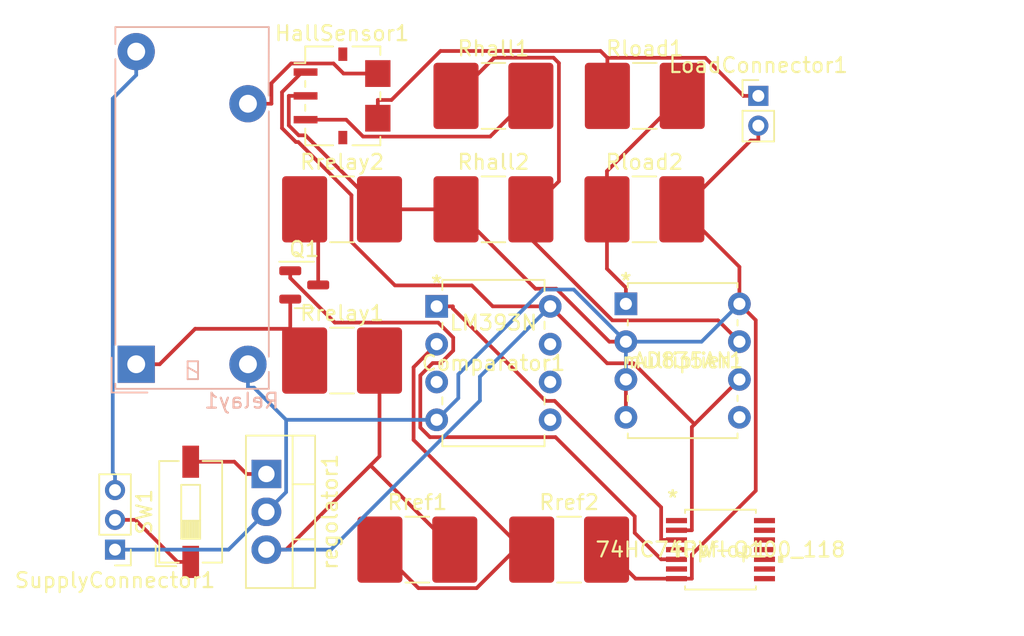
<source format=kicad_pcb>
(kicad_pcb (version 20211014) (generator pcbnew)
  (layers (0 "F.Cu" signal) (31 "B.Cu" signal) (34 "B.Paste" user) (35 "F.Paste" user) (36 "B.SilkS" user "B.Silkscreen") (37 "F.SilkS" user "F.Silkscreen") (38 "B.Mask" user) (39 "F.Mask" user) (44 "Edge.Cuts" user))
  (net 0 "")
  (net 2 "/Vcc")
  (net 3 "/V_comp")
  (net 5 "/V_ff")
  (net 7 "GND")
  (net 15 "/V_Nload")
  (net 16 "/V_pot")
  (net 17 "/V_Nhall")
  (net 18 "Net-(Rhall1-Pad2)")
  (net 20 "Net-(HallSensor1-Pad5)")
  (net 21 "Net-(HallSensor1-Pad6)")
  (net 23 "Net-(Rrelay2-Pad1)")
  (net 24 "Net-(Rrelay1-Pad1)")
  (net 25 "/V_ref")
  (net 26 "Net-(SupplyConnector1-Pad3)")
  (net 27 "Net-(SW1-Pad2)")
  (net 32 "Net-(SW1-Pad1)")
  (footprint "Resistor_SMD:R_2816_7142Metric" (layer "F.Cu") (at 134.62 76.2)
    (fp_text reference "Rhall1" (at 0 -3.18) (layer "F.SilkS"))
    (fp_text value "90")
    (fp_line (start -0.797369 -2.21) (end 0.797369 -2.21) (layer "F.SilkS") (width 0.12))
    (fp_line (start -0.797369 2.21) (end 0.797369 2.21) (layer "F.SilkS") (width 0.12))
    (pad "1" smd roundrect (at -2.5125 0) (size 3.025 4.45) (layers "F.Cu" "F.Paste" "F.Mask") (roundrect_rratio 0.082645) (net 17 "/V_Nhall"))
    (pad "2" smd roundrect (at 2.5125 0) (size 3.025 4.45) (layers "F.Cu" "F.Paste" "F.Mask") (roundrect_rratio 0.082645) (net 18 "Net-(Rhall1-Pad2)"))
  )
  (footprint "Resistor_SMD:R_2816_7142Metric" (layer "F.Cu") (at 144.78 76.2)
    (fp_text reference "Rload1" (at 0 -3.18) (layer "F.SilkS"))
    (fp_text value "9900")
    (fp_line (start -0.797369 -2.21) (end 0.797369 -2.21) (layer "F.SilkS") (width 0.12))
    (fp_line (start -0.797369 2.21) (end 0.797369 2.21) (layer "F.SilkS") (width 0.12))
    (pad "1" smd roundrect (at -2.5125 0) (size 3.025 4.45) (layers "F.Cu" "F.Paste" "F.Mask") (roundrect_rratio 0.082645) (net 20 "Net-(HallSensor1-Pad5)"))
    (pad "2" smd roundrect (at 2.5125 0) (size 3.025 4.45) (layers "F.Cu" "F.Paste" "F.Mask") (roundrect_rratio 0.082645) (net 15 "/V_Nload"))
  )
  (footprint "Package_TO_SOT_THT:TO-220-3_Vertical" (layer "F.Cu") (at 119.38 101.6 -90)
    (fp_text reference "regolator1" (at 2.54 -4.27 90) (layer "F.SilkS"))
    (fp_text value "5V")
    (fp_line (start 0.69 -3.27) (end 0.69 -1.76) (layer "F.SilkS") (width 0.12))
    (fp_line (start -2.58 1.371) (end 7.66 1.371) (layer "F.SilkS") (width 0.12))
    (fp_line (start -2.58 -3.27) (end 7.66 -3.27) (layer "F.SilkS") (width 0.12))
    (fp_line (start 7.66 -3.27) (end 7.66 1.371) (layer "F.SilkS") (width 0.12))
    (fp_line (start -2.58 -3.27) (end -2.58 1.371) (layer "F.SilkS") (width 0.12))
    (fp_line (start -2.58 -1.76) (end 7.66 -1.76) (layer "F.SilkS") (width 0.12))
    (fp_line (start 4.391 -3.27) (end 4.391 -1.76) (layer "F.SilkS") (width 0.12))
    (pad "1" thru_hole rect (at 0 0 270) (size 1.905 2) (drill 1.1) (layers *.Cu *.Mask) (net 27 "Net-(SW1-Pad2)"))
    (pad "2" thru_hole oval (at 2.54 0 270) (size 1.905 2) (drill 1.1) (layers *.Cu *.Mask) (net 7 "GND"))
    (pad "3" thru_hole oval (at 5.08 0 270) (size 1.905 2) (drill 1.1) (layers *.Cu *.Mask) (net 2 "/Vcc"))
  )
  (footprint "Sensor_Current:Allegro_PSOF-7_4.8x6.4mm_P1.60mm" (layer "F.Cu") (at 124.46 76.2)
    (fp_text reference "HallSensor1" (at 0 -4.2) (layer "F.SilkS"))
    (fp_text value "Allegro ACS781xLR")
    (fp_line (start -2.47 3.32) (end -2.47 2.2) (layer "F.SilkS") (width 0.12))
    (fp_line (start 2.57 -3.32) (end 0.7 -3.32) (layer "F.SilkS") (width 0.12))
    (fp_line (start 2.57 3.32) (end 2.57 2.75) (layer "F.SilkS") (width 0.12))
    (fp_line (start -2.47 -3.32) (end -2.47 -2.2) (layer "F.SilkS") (width 0.12))
    (fp_line (start 2.57 0.25) (end 2.57 -0.25) (layer "F.SilkS") (width 0.12))
    (fp_line (start -0.6 -3.32) (end -2.47 -3.32) (layer "F.SilkS") (width 0.12))
    (fp_line (start 2.57 -3.32) (end 2.57 -2.75) (layer "F.SilkS") (width 0.12))
    (fp_line (start -2.47 -2.2) (end -3.2 -2.2) (layer "F.SilkS") (width 0.12))
    (fp_line (start -0.6 3.32) (end -2.47 3.32) (layer "F.SilkS") (width 0.12))
    (fp_line (start 2.57 3.32) (end 0.7 3.32) (layer "F.SilkS") (width 0.12))
    (fp_line (start -2.47 0.6) (end -2.47 1) (layer "F.SilkS") (width 0.12))
    (fp_line (start -2.47 -0.6) (end -2.47 -1) (layer "F.SilkS") (width 0.12))
    (pad "1" smd rect (at -2.45 -1.6) (size 1.6 0.5) (layers "F.Cu" "F.Paste" "F.Mask") (net 2 "/Vcc"))
    (pad "2" smd rect (at -2.45 0) (size 1.6 0.5) (layers "F.Cu" "F.Paste" "F.Mask") (net 7 "GND"))
    (pad "3" smd rect (at -2.45 1.6) (size 1.6 0.5) (layers "F.Cu" "F.Paste" "F.Mask") (net 18 "Net-(Rhall1-Pad2)"))
    (pad "4" smd rect (at 0.05 2.8) (size 0.6 0.9) (layers "F.Cu" "F.Paste" "F.Mask"))
    (pad "5" smd rect (at 2.4 1.5) (size 1.7 1.8) (layers "F.Cu" "F.Paste" "F.Mask") (net 20 "Net-(HallSensor1-Pad5)"))
    (pad "6" smd rect (at 2.4 -1.5) (size 1.7 1.8) (layers "F.Cu" "F.Paste" "F.Mask") (net 21 "Net-(HallSensor1-Pad6)"))
    (pad "7" smd rect (at 0.05 -2.8) (size 0.6 0.9) (layers "F.Cu" "F.Paste" "F.Mask"))
  )
  (footprint "LM393:LM393N" (layer "F.Cu") (at 130.81 90.3395)
    (fp_text reference "Comparator1" (at 3.81 3.81) (layer "F.SilkS"))
    (fp_text value "LM393N" (at 3.81 1.100467) (layer "F.SilkS"))
    (fp_text user "*" (at 0 -1.524) (layer "F.SilkS"))
    (fp_text user "*" (at 0 -1.524) (layer "F.SilkS"))
    (fp_line (start 0.381 1.09474) (end 0.381 1.513699) (layer "F.SilkS") (width 0.12))
    (fp_line (start 7.239 6.593699) (end 7.239 6.106301) (layer "F.SilkS") (width 0.12))
    (fp_line (start 7.239 -1.026301) (end 7.239 -1.778) (layer "F.SilkS") (width 0.12))
    (fp_line (start 0.381 8.646301) (end 0.381 9.398) (layer "F.SilkS") (width 0.12))
    (fp_line (start 7.239 4.053699) (end 7.239 3.566301) (layer "F.SilkS") (width 0.12))
    (fp_line (start 0.381 3.566301) (end 0.381 4.053699) (layer "F.SilkS") (width 0.12))
    (fp_line (start 0.381 9.398) (end 7.239 9.398) (layer "F.SilkS") (width 0.12))
    (fp_line (start 0.381 -1.778) (end 0.381 -1.09474) (layer "F.SilkS") (width 0.12))
    (fp_line (start 0.381 6.106301) (end 0.381 6.593699) (layer "F.SilkS") (width 0.12))
    (fp_line (start 7.239 9.398) (end 7.239 8.646301) (layer "F.SilkS") (width 0.12))
    (fp_line (start 7.239 -1.778) (end 0.381 -1.778) (layer "F.SilkS") (width 0.12))
    (fp_line (start 7.239 1.513699) (end 7.239 1.026301) (layer "F.SilkS") (width 0.12))
    (pad "1" thru_hole rect locked (at 0 0) (size 1.524 1.524) (drill 0.8128) (layers *.Cu *.Mask) (net 3 "/V_comp"))
    (pad "2" thru_hole circle locked (at 0 2.54) (size 1.524 1.524) (drill 0.8128) (layers *.Cu *.Mask) (net 25 "/V_ref"))
    (pad "3" thru_hole circle locked (at 0 5.08) (size 1.524 1.524) (drill 0.8128) (layers *.Cu *.Mask))
    (pad "4" thru_hole circle locked (at 0 7.62) (size 1.524 1.524) (drill 0.8128) (layers *.Cu *.Mask) (net 7 "GND"))
    (pad "5" thru_hole circle locked (at 7.62 7.62) (size 1.524 1.524) (drill 0.8128) (layers *.Cu *.Mask))
    (pad "6" thru_hole circle locked (at 7.62 5.08) (size 1.524 1.524) (drill 0.8128) (layers *.Cu *.Mask))
    (pad "7" thru_hole circle locked (at 7.62 2.54) (size 1.524 1.524) (drill 0.8128) (layers *.Cu *.Mask))
    (pad "8" thru_hole circle locked (at 7.62 0) (size 1.524 1.524) (drill 0.8128) (layers *.Cu *.Mask) (net 2 "/Vcc"))
  )
  (footprint "Resistor_SMD:R_2816_7142Metric" (layer "F.Cu") (at 134.62 83.82)
    (fp_text reference "Rhall2" (at 0 -3.18) (layer "F.SilkS"))
    (fp_text value "10")
    (fp_line (start -0.797369 -2.21) (end 0.797369 -2.21) (layer "F.SilkS") (width 0.12))
    (fp_line (start -0.797369 2.21) (end 0.797369 2.21) (layer "F.SilkS") (width 0.12))
    (pad "1" smd roundrect (at -2.5125 0) (size 3.025 4.45) (layers "F.Cu" "F.Paste" "F.Mask") (roundrect_rratio 0.082645) (net 7 "GND"))
    (pad "2" smd roundrect (at 2.5125 0) (size 3.025 4.45) (layers "F.Cu" "F.Paste" "F.Mask") (roundrect_rratio 0.082645) (net 17 "/V_Nhall"))
  )
  (footprint "Package_TO_SOT_SMD:SOT-23" (layer "F.Cu") (at 121.92 88.9)
    (fp_text reference "Q1" (at 0 -2.4) (layer "F.SilkS"))
    (fp_text value "BSN20")
    (fp_line (start 0 -1.56) (end 0.65 -1.56) (layer "F.SilkS") (width 0.12))
    (fp_line (start 0 1.56) (end 0.65 1.56) (layer "F.SilkS") (width 0.12))
    (fp_line (start 0 -1.56) (end -1.675 -1.56) (layer "F.SilkS") (width 0.12))
    (fp_line (start 0 1.56) (end -0.65 1.56) (layer "F.SilkS") (width 0.12))
    (pad "1" smd roundrect (at -0.9375 -0.95) (size 1.475 0.6) (layers "F.Cu" "F.Paste" "F.Mask") (net 5 "/V_ff"))
    (pad "2" smd roundrect (at -0.9375 0.95) (size 1.475 0.6) (layers "F.Cu" "F.Paste" "F.Mask") (net 24 "Net-(Rrelay1-Pad1)"))
    (pad "3" smd roundrect (at 0.9375 0) (size 1.475 0.6) (layers "F.Cu" "F.Paste" "F.Mask") (net 23 "Net-(Rrelay2-Pad1)"))
  )
  (footprint "Connector_PinHeader_2.00mm:PinHeader_1x02_P2.00mm_Vertical" (layer "F.Cu") (at 152.4 76.2)
    (fp_text reference "LoadConnector1" (at 0 -2.06) (layer "F.SilkS"))
    (fp_text value "Conn_01x02_Female")
    (fp_line (start -1.06 3.06) (end 1.06 3.06) (layer "F.SilkS") (width 0.12))
    (fp_line (start -1.06 1) (end 1.06 1) (layer "F.SilkS") (width 0.12))
    (fp_line (start -1.06 -1.06) (end 0 -1.06) (layer "F.SilkS") (width 0.12))
    (fp_line (start -1.06 1) (end -1.06 3.06) (layer "F.SilkS") (width 0.12))
    (fp_line (start 1.06 1) (end 1.06 3.06) (layer "F.SilkS") (width 0.12))
    (fp_line (start -1.06 0) (end -1.06 -1.06) (layer "F.SilkS") (width 0.12))
    (pad "1" thru_hole rect (at 0 0) (size 1.35 1.35) (drill 0.8) (layers *.Cu *.Mask) (net 20 "Net-(HallSensor1-Pad5)"))
    (pad "2" thru_hole oval (at 0 2) (size 1.35 1.35) (drill 0.8) (layers *.Cu *.Mask) (net 7 "GND"))
  )
  (footprint "Resistor_SMD:R_2816_7142Metric" (layer "F.Cu") (at 144.7525 83.82)
    (fp_text reference "Rload2" (at 0 -3.18) (layer "F.SilkS"))
    (fp_text value "100")
    (fp_line (start -0.797369 -2.21) (end 0.797369 -2.21) (layer "F.SilkS") (width 0.12))
    (fp_line (start -0.797369 2.21) (end 0.797369 2.21) (layer "F.SilkS") (width 0.12))
    (pad "1" smd roundrect (at -2.5125 0) (size 3.025 4.45) (layers "F.Cu" "F.Paste" "F.Mask") (roundrect_rratio 0.082645) (net 15 "/V_Nload"))
    (pad "2" smd roundrect (at 2.5125 0) (size 3.025 4.45) (layers "F.Cu" "F.Paste" "F.Mask") (roundrect_rratio 0.082645) (net 7 "GND"))
  )
  (footprint "Resistor_SMD:R_2816_7142Metric" (layer "F.Cu") (at 124.46 93.98)
    (fp_text reference "Rrelay1" (at 0 -3.18) (layer "F.SilkS"))
    (fp_text value "R")
    (fp_line (start -0.797369 2.21) (end 0.797369 2.21) (layer "F.SilkS") (width 0.12))
    (fp_line (start -0.797369 -2.21) (end 0.797369 -2.21) (layer "F.SilkS") (width 0.12))
    (pad "1" smd roundrect (at -2.5125 0) (size 3.025 4.45) (layers "F.Cu" "F.Paste" "F.Mask") (roundrect_rratio 0.082645) (net 24 "Net-(Rrelay1-Pad1)"))
    (pad "2" smd roundrect (at 2.5125 0) (size 3.025 4.45) (layers "F.Cu" "F.Paste" "F.Mask") (roundrect_rratio 0.082645) (net 2 "/Vcc"))
  )
  (footprint "Button_Switch_SMD:SW_DIP_SPSTx01_Slide_6.7x4.1mm_W6.73mm_P2.54mm_LowProfile_JPin" (layer "F.Cu") (at 114.3 104.14 90)
    (fp_text reference "SW1" (at 0 -3.11 90) (layer "F.SilkS"))
    (fp_text value "SW_SPST")
    (fp_line (start -3.41 0.8) (end -3.41 2.11) (layer "F.SilkS") (width 0.12))
    (fp_line (start 3.41 0.8) (end 3.41 2.11) (layer "F.SilkS") (width 0.12))
    (fp_line (start -1.81 -0.515) (end -0.603333 -0.515) (layer "F.SilkS") (width 0.12))
    (fp_line (start -0.603333 -0.635) (end -0.603333 0.635) (layer "F.SilkS") (width 0.12))
    (fp_line (start -3.41 -2.11) (end 3.41 -2.11) (layer "F.SilkS") (width 0.12))
    (fp_line (start -1.81 0.205) (end -0.603333 0.205) (layer "F.SilkS") (width 0.12))
    (fp_line (start 1.81 -0.635) (end -1.81 -0.635) (layer "F.SilkS") (width 0.12))
    (fp_line (start -1.81 0.445) (end -0.603333 0.445) (layer "F.SilkS") (width 0.12))
    (fp_line (start -3.65 -2.35) (end -3.65 -0.967) (layer "F.SilkS") (width 0.12))
    (fp_line (start -1.81 -0.035) (end -0.603333 -0.035) (layer "F.SilkS") (width 0.12))
    (fp_line (start -1.81 0.565) (end -0.603333 0.565) (layer "F.SilkS") (width 0.12))
    (fp_line (start 1.81 0.635) (end 1.81 -0.635) (layer "F.SilkS") (width 0.12))
    (fp_line (start -1.81 -0.395) (end -0.603333 -0.395) (layer "F.SilkS") (width 0.12))
    (fp_line (start -3.41 -2.11) (end -3.41 -0.8) (layer "F.SilkS") (width 0.12))
    (fp_line (start 3.41 -2.11) (end 3.41 -0.8) (layer "F.SilkS") (width 0.12))
    (fp_line (start -1.81 -0.275) (end -0.603333 -0.275) (layer "F.SilkS") (width 0.12))
    (fp_line (start -1.81 0.325) (end -0.603333 0.325) (layer "F.SilkS") (width 0.12))
    (fp_line (start -1.81 0.085) (end -0.603333 0.085) (layer "F.SilkS") (width 0.12))
    (fp_line (start -3.65 -2.35) (end -2.267 -2.35) (layer "F.SilkS") (width 0.12))
    (fp_line (start -1.81 -0.635) (end -1.81 0.635) (layer "F.SilkS") (width 0.12))
    (fp_line (start -1.81 -0.155) (end -0.603333 -0.155) (layer "F.SilkS") (width 0.12))
    (fp_line (start -1.81 0.635) (end 1.81 0.635) (layer "F.SilkS") (width 0.12))
    (fp_line (start -3.41 2.11) (end 3.41 2.11) (layer "F.SilkS") (width 0.12))
    (pad "1" smd rect (at -3.365 0 90) (size 2.16 1.12) (layers "F.Cu" "F.Paste" "F.Mask") (net 32 "Net-(SW1-Pad1)"))
    (pad "2" smd rect (at 3.365 0 90) (size 2.16 1.12) (layers "F.Cu" "F.Paste" "F.Mask") (net 27 "Net-(SW1-Pad2)"))
  )
  (footprint "footprints:74HC74PW-Q100_118" (layer "F.Cu") (at 149.86 106.68)
    (fp_text reference "flipflop1" (at 0 0) (layer "F.SilkS"))
    (fp_text value "74HC74PW-Q100_118" (at 0 0) (layer "F.SilkS"))
    (fp_text user "*" (at -3.20675 -3.4486) (layer "F.SilkS"))
    (fp_text user "*" (at -3.20675 -3.4486) (layer "F.SilkS"))
    (fp_line (start 2.3749 -2.460539) (end 2.3749 -2.6797) (layer "F.SilkS") (width 0.12))
    (fp_line (start -2.3749 -2.6797) (end -2.3749 -2.460541) (layer "F.SilkS") (width 0.12))
    (fp_line (start 2.3749 2.6797) (end 2.3749 2.460541) (layer "F.SilkS") (width 0.12))
    (fp_line (start 2.3749 -2.6797) (end -2.3749 -2.6797) (layer "F.SilkS") (width 0.12))
    (fp_line (start -2.3749 2.460539) (end -2.3749 2.6797) (layer "F.SilkS") (width 0.12))
    (fp_line (start -2.3749 2.6797) (end 2.3749 2.6797) (layer "F.SilkS") (width 0.12))
    (fp_poly (pts (xy 4.1656 0.459499) (xy 4.1656 0.840499) (xy 3.9116 0.840499) (xy 3.9116 0.459499)) (layer "F.SilkS") (width 0.1) (fill solid))
    (pad "1" smd rect locked (at -2.95275 -1.950001) (size 1.4097 0.3556) (layers "F.Cu" "F.Paste" "F.Mask"))
    (pad "2" smd rect locked (at -2.95275 -1.3) (size 1.4097 0.3556) (layers "F.Cu" "F.Paste" "F.Mask") (net 2 "/Vcc"))
    (pad "3" smd rect locked (at -2.95275 -0.649999) (size 1.4097 0.3556) (layers "F.Cu" "F.Paste" "F.Mask") (net 3 "/V_comp"))
    (pad "4" smd rect locked (at -2.95275 0) (size 1.4097 0.3556) (layers "F.Cu" "F.Paste" "F.Mask"))
    (pad "5" smd rect locked (at -2.95275 0.649999) (size 1.4097 0.3556) (layers "F.Cu" "F.Paste" "F.Mask") (net 5 "/V_ff"))
    (pad "6" smd rect locked (at -2.95275 1.3) (size 1.4097 0.3556) (layers "F.Cu" "F.Paste" "F.Mask"))
    (pad "7" smd rect locked (at -2.95275 1.949999) (size 1.4097 0.3556) (layers "F.Cu" "F.Paste" "F.Mask") (net 7 "GND"))
    (pad "8" smd rect locked (at 2.95275 1.950001) (size 1.4097 0.3556) (layers "F.Cu" "F.Paste" "F.Mask"))
    (pad "9" smd rect locked (at 2.95275 1.3) (size 1.4097 0.3556) (layers "F.Cu" "F.Paste" "F.Mask"))
    (pad "10" smd rect locked (at 2.95275 0.650001) (size 1.4097 0.3556) (layers "F.Cu" "F.Paste" "F.Mask"))
    (pad "11" smd rect locked (at 2.95275 0) (size 1.4097 0.3556) (layers "F.Cu" "F.Paste" "F.Mask"))
    (pad "12" smd rect locked (at 2.95275 -0.649999) (size 1.4097 0.3556) (layers "F.Cu" "F.Paste" "F.Mask"))
    (pad "13" smd rect locked (at 2.95275 -1.3) (size 1.4097 0.3556) (layers "F.Cu" "F.Paste" "F.Mask"))
    (pad "14" smd rect locked (at 2.95275 -1.949999) (size 1.4097 0.3556) (layers "F.Cu" "F.Paste" "F.Mask"))
  )
  (footprint "Resistor_SMD:R_2816_7142Metric" (layer "F.Cu") (at 129.5125 106.68)
    (fp_text reference "Rref1" (at 0 -3.18) (layer "F.SilkS"))
    (fp_text value "4000")
    (fp_line (start -0.797369 2.21) (end 0.797369 2.21) (layer "F.SilkS") (width 0.12))
    (fp_line (start -0.797369 -2.21) (end 0.797369 -2.21) (layer "F.SilkS") (width 0.12))
    (pad "1" smd roundrect (at -2.5125 0) (size 3.025 4.45) (layers "F.Cu" "F.Paste" "F.Mask") (roundrect_rratio 0.082645) (net 25 "/V_ref"))
    (pad "2" smd roundrect (at 2.5125 0) (size 3.025 4.45) (layers "F.Cu" "F.Paste" "F.Mask") (roundrect_rratio 0.082645) (net 2 "/Vcc"))
  )
  (footprint "Resistor_SMD:R_2816_7142Metric" (layer "F.Cu") (at 139.7 106.68)
    (fp_text reference "Rref2" (at 0 -3.18) (layer "F.SilkS"))
    (fp_text value "10")
    (fp_line (start -0.797369 -2.21) (end 0.797369 -2.21) (layer "F.SilkS") (width 0.12))
    (fp_line (start -0.797369 2.21) (end 0.797369 2.21) (layer "F.SilkS") (width 0.12))
    (pad "1" smd roundrect (at -2.5125 0) (size 3.025 4.45) (layers "F.Cu" "F.Paste" "F.Mask") (roundrect_rratio 0.082645) (net 25 "/V_ref"))
    (pad "2" smd roundrect (at 2.5125 0) (size 3.025 4.45) (layers "F.Cu" "F.Paste" "F.Mask") (roundrect_rratio 0.082645) (net 7 "GND"))
  )
  (footprint "Resistor_SMD:R_2816_7142Metric" (layer "F.Cu") (at 124.46 83.82)
    (fp_text reference "Rrelay2" (at 0 -3.18) (layer "F.SilkS"))
    (fp_text value "R")
    (fp_line (start -0.797369 2.21) (end 0.797369 2.21) (layer "F.SilkS") (width 0.12))
    (fp_line (start -0.797369 -2.21) (end 0.797369 -2.21) (layer "F.SilkS") (width 0.12))
    (pad "1" smd roundrect (at -2.5125 0) (size 3.025 4.45) (layers "F.Cu" "F.Paste" "F.Mask") (roundrect_rratio 0.082645) (net 23 "Net-(Rrelay2-Pad1)"))
    (pad "2" smd roundrect (at 2.5125 0) (size 3.025 4.45) (layers "F.Cu" "F.Paste" "F.Mask") (roundrect_rratio 0.082645) (net 7 "GND"))
  )
  (footprint "Connector_PinHeader_2.00mm:PinHeader_1x03_P2.00mm_Vertical" (layer "F.Cu") (at 109.22 106.68 180)
    (fp_text reference "SupplyConnector1" (at 0 -2.06) (layer "F.SilkS"))
    (fp_text value "Conn_01x03_Female")
    (fp_line (start -1.06 1) (end 1.06 1) (layer "F.SilkS") (width 0.12))
    (fp_line (start 1.06 1) (end 1.06 5.06) (layer "F.SilkS") (width 0.12))
    (fp_line (start -1.06 5.06) (end 1.06 5.06) (layer "F.SilkS") (width 0.12))
    (fp_line (start -1.06 0) (end -1.06 -1.06) (layer "F.SilkS") (width 0.12))
    (fp_line (start -1.06 1) (end -1.06 5.06) (layer "F.SilkS") (width 0.12))
    (fp_line (start -1.06 -1.06) (end 0 -1.06) (layer "F.SilkS") (width 0.12))
    (pad "1" thru_hole rect (at 0 0 180) (size 1.35 1.35) (drill 0.8) (layers *.Cu *.Mask) (net 7 "GND"))
    (pad "2" thru_hole oval (at 0 2 180) (size 1.35 1.35) (drill 0.8) (layers *.Cu *.Mask) (net 32 "Net-(SW1-Pad1)"))
    (pad "3" thru_hole oval (at 0 4 180) (size 1.35 1.35) (drill 0.8) (layers *.Cu *.Mask) (net 26 "Net-(SupplyConnector1-Pad3)"))
  )
  (footprint "ad835:AD835AN" (layer "F.Cu") (at 143.51 90.17)
    (fp_text reference "multiplier1" (at 3.81 3.81) (layer "F.SilkS"))
    (fp_text value "AD835AN" (at 3.81 3.81) (layer "F.SilkS"))
    (fp_text user "*" (at 0 -1.524) (layer "F.SilkS"))
    (fp_text user "*" (at 0 -1.524) (layer "F.SilkS"))
    (fp_line (start 0.127 3.627348) (end 0.127 3.992652) (layer "F.SilkS") (width 0.12))
    (fp_line (start 0.127 6.167348) (end 0.127 6.532652) (layer "F.SilkS") (width 0.12))
    (fp_line (start 7.493 6.532652) (end 7.493 6.167348) (layer "F.SilkS") (width 0.12))
    (fp_line (start 7.493 1.452652) (end 7.493 1.087348) (layer "F.SilkS") (width 0.12))
    (fp_line (start 7.493 -1.087348) (end 7.493 -1.397) (layer "F.SilkS") (width 0.12))
    (fp_line (start 0.127 1.09474) (end 0.127 1.452652) (layer "F.SilkS") (width 0.12))
    (fp_line (start 7.493 3.992652) (end 7.493 3.627348) (layer "F.SilkS") (width 0.12))
    (fp_line (start 7.493 -1.397) (end 0.127 -1.397) (layer "F.SilkS") (width 0.12))
    (fp_line (start 0.127 -1.397) (end 0.127 -1.09474) (layer "F.SilkS") (width 0.12))
    (fp_line (start 7.493 9.017) (end 7.493 8.707348) (layer "F.SilkS") (width 0.12))
    (fp_line (start 0.127 8.707348) (end 0.127 9.017) (layer "F.SilkS") (width 0.12))
    (fp_line (start 0.127 9.017) (end 7.493 9.017) (layer "F.SilkS") (width 0.12))
    (pad "1" thru_hole rect locked (at 0 0) (size 1.524 1.524) (drill 0.8128) (layers *.Cu *.Mask) (net 15 "/V_Nload"))
    (pad "2" thru_hole circle locked (at 0 2.54) (size 1.524 1.524) (drill 0.8128) (layers *.Cu *.Mask) (net 7 "GND"))
    (pad "3" thru_hole circle locked (at 0 5.08) (size 1.524 1.524) (drill 0.8128) (layers *.Cu *.Mask) (net 7 "GND"))
    (pad "4" thru_hole circle locked (at 0 7.62) (size 1.524 1.524) (drill 0.8128) (layers *.Cu *.Mask) (net 7 "GND"))
    (pad "5" thru_hole circle locked (at 7.62 7.62) (size 1.524 1.524) (drill 0.8128) (layers *.Cu *.Mask) (net 16 "/V_pot"))
    (pad "6" thru_hole circle locked (at 7.62 5.08) (size 1.524 1.524) (drill 0.8128) (layers *.Cu *.Mask) (net 2 "/Vcc"))
    (pad "7" thru_hole circle locked (at 7.62 2.54) (size 1.524 1.524) (drill 0.8128) (layers *.Cu *.Mask) (net 17 "/V_Nhall"))
    (pad "8" thru_hole circle locked (at 7.62 0) (size 1.524 1.524) (drill 0.8128) (layers *.Cu *.Mask) (net 7 "GND"))
  )
  (footprint "Relay_THT:Relay_1P1T_NO_10x24x18.8mm_Panasonic_ADW11xxxxW_THT" (layer "B.Cu") (at 110.6425 94.2275)
    (fp_text reference "Relay1" (at 7.08 2.46) (layer "B.SilkS") (effects (justify mirror)))
    (fp_text value "relay")
    (fp_line (start 3.45 -0.2) (end 4.15 -0.2) (layer "B.SilkS") (width 0.12))
    (fp_line (start 3.45 0.2) (end 4.15 0.6) (layer "B.SilkS") (width 0.12))
    (fp_line (start 3.45 1) (end 3.45 -0.2) (layer "B.SilkS") (width 0.12))
    (fp_line (start -1.65 1.9) (end 0.75 1.9) (layer "B.SilkS") (width 0.12))
    (fp_line (start 8.89 -18.05) (end 8.9 -22.65) (layer "B.SilkS") (width 0.12))
    (fp_line (start 8.9 -0.51) (end 8.9 -16.99) (layer "B.SilkS") (width 0.12))
    (fp_line (start 4.15 1) (end 3.45 1) (layer "B.SilkS") (width 0.12))
    (fp_line (start -1.4 1.65) (end -1.4 1.31) (layer "B.SilkS") (width 0.12))
    (fp_line (start 8.9 -22.65) (end -1.4 -22.65) (layer "B.SilkS") (width 0.12))
    (fp_line (start 8.9 1.65) (end 8.9 0.51) (layer "B.SilkS") (width 0.12))
    (fp_line (start 4.15 -0.2) (end 4.15 1) (layer "B.SilkS") (width 0.12))
    (fp_line (start 8.9 1.65) (end -1.4 1.65) (layer "B.SilkS") (width 0.12))
    (fp_line (start -1.65 -0.44) (end -1.65 1.9) (layer "B.SilkS") (width 0.12))
    (fp_line (start -1.4 -22.65) (end -1.4 -21.51) (layer "B.SilkS") (width 0.12))
    (fp_line (start -1.4 -1.31) (end -1.4 -20.49) (layer "B.SilkS") (width 0.12))
    (pad "1" thru_hole rect (at 0 0) (size 2.5 2.5) (drill 1.2) (layers *.Cu *.Mask) (net 24 "Net-(Rrelay1-Pad1)"))
    (pad "3" thru_hole oval (at 0 -21) (size 2.5 2.5) (drill 1.2) (layers *.Cu *.Mask) (net 26 "Net-(SupplyConnector1-Pad3)"))
    (pad "5" thru_hole oval (at 7.5 -17.5) (size 2.5 2.5) (drill 1.2) (layers *.Cu *.Mask) (net 21 "Net-(HallSensor1-Pad6)"))
    (pad "6" thru_hole oval (at 7.5 0) (size 2.5 2.5) (drill 1.2) (layers *.Cu *.Mask) (net 7 "GND"))
  )
  (segment (start 120.4295 75.9486) (end 121.7781 74.6) (width 0.25) (layer "F.Cu") (net 2))
  (segment (start 146.9073 105.38) (end 147.9375 105.38) (width 0.25) (layer "F.Cu") (net 2))
  (segment (start 147.9375 105.38) (end 147.9375 98.4425) (width 0.25) (layer "F.Cu") (net 2))
  (segment (start 121.3634 79.3004) (end 120.4295 78.3665) (width 0.25) (layer "F.Cu") (net 2))
  (segment (start 133.1685 88.9335) (end 128.011 88.9335) (width 0.25) (layer "F.Cu") (net 2))
  (segment (start 128.011 88.9335) (end 125.0899 86.0124) (width 0.25) (layer "F.Cu") (net 2))
  (segment (start 121.7781 74.6) (end 122.01 74.6) (width 0.25) (layer "F.Cu") (net 2))
  (segment (start 120.4295 78.3665) (end 120.4295 75.9486) (width 0.25) (layer "F.Cu") (net 2))
  (segment (start 148.1196 98.2604) (end 151.13 95.25) (width 0.25) (layer "F.Cu") (net 2))
  (segment (start 119.38 106.68) (end 120.7053 106.68) (width 0.25) (layer "F.Cu") (net 2))
  (segment (start 126.9725 93.98) (end 126.9725 100.4128) (width 0.25) (layer "F.Cu") (net 2))
  (segment (start 126.3652 101.0201) (end 132.025 106.68) (width 0.25) (layer "F.Cu") (net 2))
  (segment (start 144.0217 94.1626) (end 142.2531 94.1626) (width 0.25) (layer "F.Cu") (net 2))
  (segment (start 148.1196 98.2604) (end 144.0217 94.1626) (width 0.25) (layer "F.Cu") (net 2))
  (segment (start 147.9375 98.4425) (end 148.1196 98.2604) (width 0.25) (layer "F.Cu") (net 2))
  (segment (start 138.43 90.3395) (end 134.5745 90.3395) (width 0.25) (layer "F.Cu") (net 2))
  (segment (start 126.3652 101.0201) (end 120.7053 106.68) (width 0.25) (layer "F.Cu") (net 2))
  (segment (start 125.0899 82.8676) (end 121.5227 79.3004) (width 0.25) (layer "F.Cu") (net 2))
  (segment (start 142.2531 94.1626) (end 138.43 90.3395) (width 0.25) (layer "F.Cu") (net 2))
  (segment (start 126.9725 100.4128) (end 126.3652 101.0201) (width 0.25) (layer "F.Cu") (net 2))
  (segment (start 134.5745 90.3395) (end 133.1685 88.9335) (width 0.25) (layer "F.Cu") (net 2))
  (segment (start 121.5227 79.3004) (end 121.3634 79.3004) (width 0.25) (layer "F.Cu") (net 2))
  (segment (start 125.0899 86.0124) (end 125.0899 82.8676) (width 0.25) (layer "F.Cu") (net 2))
  (segment (start 123.7105 106.68) (end 119.38 106.68) (width 0.25) (layer "B.Cu") (net 2))
  (segment (start 133.7125 95.057) (end 133.7125 96.678) (width 0.25) (layer "B.Cu") (net 2))
  (segment (start 133.7125 96.678) (end 123.7105 106.68) (width 0.25) (layer "B.Cu") (net 2))
  (segment (start 138.43 90.3395) (end 133.7125 95.057) (width 0.25) (layer "B.Cu") (net 2))
  (segment (start 145.8772 103.8388) (end 138.7279 96.6895) (width 0.25) (layer "F.Cu") (net 3))
  (segment (start 145.8772 106.03) (end 145.8772 103.8388) (width 0.25) (layer "F.Cu") (net 3))
  (segment (start 138.7279 96.6895) (end 138.1114 96.6895) (width 0.25) (layer "F.Cu") (net 3))
  (segment (start 131.8973 90.4754) (end 131.8973 90.3395) (width 0.25) (layer "F.Cu") (net 3))
  (segment (start 138.1114 96.6895) (end 131.8973 90.4754) (width 0.25) (layer "F.Cu") (net 3))
  (segment (start 130.81 90.3395) (end 131.8973 90.3395) (width 0.25) (layer "F.Cu") (net 3))
  (segment (start 146.9073 106.03) (end 145.8772 106.03) (width 0.25) (layer "F.Cu") (net 3))
  (segment (start 144.1032 105.556) (end 145.8772 107.33) (width 0.25) (layer "F.Cu") (net 5))
  (segment (start 131.0804 94.1495) (end 130.5422 94.1495) (width 0.25) (layer "F.Cu") (net 5))
  (segment (start 129.711 94.9807) (end 129.711 98.478) (width 0.25) (layer "F.Cu") (net 5))
  (segment (start 131.9204 93.3095) (end 131.0804 94.1495) (width 0.25) (layer "F.Cu") (net 5))
  (segment (start 130.3586 99.1256) (end 138.7861 99.1256) (width 0.25) (layer "F.Cu") (net 5))
  (segment (start 130.5422 94.1495) (end 129.711 94.9807) (width 0.25) (layer "F.Cu") (net 5))
  (segment (start 144.1032 104.4427) (end 144.1032 105.556) (width 0.25) (layer "F.Cu") (net 5))
  (segment (start 120.9825 87.95) (end 120.9825 88.4375) (width 0.25) (layer "F.Cu") (net 5))
  (segment (start 138.7861 99.1256) (end 144.1032 104.4427) (width 0.25) (layer "F.Cu") (net 5))
  (segment (start 129.711 98.478) (end 130.3586 99.1256) (width 0.25) (layer "F.Cu") (net 5))
  (segment (start 146.9073 107.33) (end 145.8772 107.33) (width 0.25) (layer "F.Cu") (net 5))
  (segment (start 120.9825 88.4375) (end 123.9736 91.4286) (width 0.25) (layer "F.Cu") (net 5))
  (segment (start 130.913 91.4286) (end 131.9204 92.436) (width 0.25) (layer "F.Cu") (net 5))
  (segment (start 131.9204 92.436) (end 131.9204 93.3095) (width 0.25) (layer "F.Cu") (net 5))
  (segment (start 123.9736 91.4286) (end 130.913 91.4286) (width 0.25) (layer "F.Cu") (net 5))
  (segment (start 147.9375 107.013) (end 152.2265 102.724) (width 0.25) (layer "F.Cu") (net 7))
  (segment (start 126.9725 83.82) (end 122.0026 78.8501) (width 0.25) (layer "F.Cu") (net 7))
  (segment (start 126.9725 83.82) (end 132.1075 83.82) (width 0.25) (layer "F.Cu") (net 7))
  (segment (start 121.55 78.8501) (end 120.8847 78.1848) (width 0.25) (layer "F.Cu") (net 7))
  (segment (start 122.0026 78.8501) (end 121.55 78.8501) (width 0.25) (layer "F.Cu") (net 7))
  (segment (start 152.4 79.2003) (end 151.8847 79.2003) (width 0.25) (layer "F.Cu") (net 7))
  (segment (start 138.8415 89.1542) (end 142.3973 92.71) (width 0.25) (layer "F.Cu") (net 7))
  (segment (start 152.2265 102.724) (end 152.2265 91.2665) (width 0.25) (layer "F.Cu") (net 7))
  (segment (start 132.1075 83.82) (end 137.4417 89.1542) (width 0.25) (layer "F.Cu") (net 7))
  (segment (start 120.8847 78.1848) (end 120.8847 76.2) (width 0.25) (layer "F.Cu") (net 7))
  (segment (start 147.9375 108.63) (end 147.9375 107.013) (width 0.25) (layer "F.Cu") (net 7))
  (segment (start 152.2265 91.2665) (end 151.13 90.17) (width 0.25) (layer "F.Cu") (net 7))
  (segment (start 137.4417 89.1542) (end 138.8415 89.1542) (width 0.25) (layer "F.Cu") (net 7))
  (segment (start 142.2125 106.68) (end 144.1625 108.63) (width 0.25) (layer "F.Cu") (net 7))
  (segment (start 142.3973 92.71) (end 143.51 92.71) (width 0.25) (layer "F.Cu") (net 7))
  (segment (start 151.13 90.17) (end 151.13 87.685) (width 0.25) (layer "F.Cu") (net 7))
  (segment (start 151.13 87.685) (end 147.265 83.82) (width 0.25) (layer "F.Cu") (net 7))
  (segment (start 152.4 78.2) (end 152.4 79.2003) (width 0.25) (layer "F.Cu") (net 7))
  (segment (start 146.9073 108.63) (end 147.9375 108.63) (width 0.25) (layer "F.Cu") (net 7))
  (segment (start 143.51 97.79) (end 143.51 95.25) (width 0.25) (layer "F.Cu") (net 7))
  (segment (start 144.1625 108.63) (end 146.9073 108.63) (width 0.25) (layer "F.Cu") (net 7))
  (segment (start 151.8847 79.2003) (end 147.265 83.82) (width 0.25) (layer "F.Cu") (net 7))
  (segment (start 122.01 76.2) (end 120.8847 76.2) (width 0.25) (layer "F.Cu") (net 7))
  (segment (start 120.7054 102.8146) (end 119.38 104.14) (width 0.25) (layer "B.Cu") (net 7))
  (segment (start 120.7054 97.9595) (end 120.7054 102.8146) (width 0.25) (layer "B.Cu") (net 7))
  (segment (start 151.13 90.17) (end 148.59 92.71) (width 0.25) (layer "B.Cu") (net 7))
  (segment (start 132.2626 96.5069) (end 130.81 97.9595) (width 0.25) (layer "B.Cu") (net 7))
  (segment (start 137.956 89.209) (end 132.2626 94.9024) (width 0.25) (layer "B.Cu") (net 7))
  (segment (start 143.51 92.71) (end 140.009 89.209) (width 0.25) (layer "B.Cu") (net 7))
  (segment (start 140.009 89.209) (end 137.956 89.209) (width 0.25) (layer "B.Cu") (net 7))
  (segment (start 130.81 97.9595) (end 120.7054 97.9595) (width 0.25) (layer "B.Cu") (net 7))
  (segment (start 118.1425 94.2275) (end 118.1425 95.8028) (width 0.25) (layer "B.Cu") (net 7))
  (segment (start 118.5487 95.8028) (end 120.7054 97.9595) (width 0.25) (layer "B.Cu") (net 7))
  (segment (start 143.51 95.25) (end 143.51 92.71) (width 0.25) (layer "B.Cu") (net 7))
  (segment (start 118.1425 95.8028) (end 118.5487 95.8028) (width 0.25) (layer "B.Cu") (net 7))
  (segment (start 132.2626 94.9024) (end 132.2626 96.5069) (width 0.25) (layer "B.Cu") (net 7))
  (segment (start 116.84 106.68) (end 109.22 106.68) (width 0.25) (layer "B.Cu") (net 7))
  (segment (start 148.59 92.71) (end 143.51 92.71) (width 0.25) (layer "B.Cu") (net 7))
  (segment (start 119.38 104.14) (end 116.84 106.68) (width 0.25) (layer "B.Cu") (net 7))
  (segment (start 143.51 90.17) (end 143.51 89.0827) (width 0.25) (layer "F.Cu") (net 15))
  (segment (start 142.24 83.82) (end 142.24 81.2525) (width 0.25) (layer "F.Cu") (net 15))
  (segment (start 142.24 81.2525) (end 147.2925 76.2) (width 0.25) (layer "F.Cu") (net 15))
  (segment (start 143.51 89.0827) (end 142.24 87.8127) (width 0.25) (layer "F.Cu") (net 15))
  (segment (start 142.24 87.8127) (end 142.24 83.82) (width 0.25) (layer "F.Cu") (net 15))
  (segment (start 137.1325 83.82) (end 139.0153 81.9372) (width 0.25) (layer "F.Cu") (net 17))
  (segment (start 142.6066 91.2807) (end 137.1325 85.8066) (width 0.25) (layer "F.Cu") (net 17))
  (segment (start 134.6724 73.6351) (end 132.1075 76.2) (width 0.25) (layer "F.Cu") (net 17))
  (segment (start 151.13 92.71) (end 149.7007 91.2807) (width 0.25) (layer "F.Cu") (net 17))
  (segment (start 139.0153 81.9372) (end 139.0153 73.9978) (width 0.25) (layer "F.Cu") (net 17))
  (segment (start 137.1325 85.8066) (end 137.1325 83.82) (width 0.25) (layer "F.Cu") (net 17))
  (segment (start 149.7007 91.2807) (end 142.6066 91.2807) (width 0.25) (layer "F.Cu") (net 17))
  (segment (start 138.6526 73.6351) (end 134.6724 73.6351) (width 0.25) (layer "F.Cu") (net 17))
  (segment (start 139.0153 73.9978) (end 138.6526 73.6351) (width 0.25) (layer "F.Cu") (net 17))
  (segment (start 125.8708 78.9339) (end 124.7369 77.8) (width 0.25) (layer "F.Cu") (net 18))
  (segment (start 134.3986 78.9339) (end 125.8708 78.9339) (width 0.25) (layer "F.Cu") (net 18))
  (segment (start 124.7369 77.8) (end 122.01 77.8) (width 0.25) (layer "F.Cu") (net 18))
  (segment (start 137.1325 76.2) (end 134.3986 78.9339) (width 0.25) (layer "F.Cu") (net 18))
  (segment (start 141.8081 73.1845) (end 142.2675 73.6439) (width 0.25) (layer "F.Cu") (net 20))
  (segment (start 126.86 76.4747) (end 127.7765 76.4747) (width 0.25) (layer "F.Cu") (net 20))
  (segment (start 152.4 76.2) (end 151.3997 76.2) (width 0.25) (layer "F.Cu") (net 20))
  (segment (start 151.3997 76.2) (end 148.8436 73.6439) (width 0.25) (layer "F.Cu") (net 20))
  (segment (start 148.8436 73.6439) (end 142.2675 73.6439) (width 0.25) (layer "F.Cu") (net 20))
  (segment (start 127.7765 76.4747) (end 131.0667 73.1845) (width 0.25) (layer "F.Cu") (net 20))
  (segment (start 126.86 77.7) (end 126.86 76.4747) (width 0.25) (layer "F.Cu") (net 20))
  (segment (start 131.0667 73.1845) (end 141.8081 73.1845) (width 0.25) (layer "F.Cu") (net 20))
  (segment (start 142.2675 73.6439) (end 142.2675 76.2) (width 0.25) (layer "F.Cu") (net 20))
  (segment (start 126.86 74.7) (end 124.56 74.7) (width 0.25) (layer "F.Cu") (net 21))
  (segment (start 118.1425 76.7275) (end 119.7178 76.7275) (width 0.25) (layer "F.Cu") (net 21))
  (segment (start 121.0423 74.0246) (end 119.7178 75.3491) (width 0.25) (layer "F.Cu") (net 21))
  (segment (start 124.56 74.7) (end 123.8846 74.0246) (width 0.25) (layer "F.Cu") (net 21))
  (segment (start 119.7178 75.3491) (end 119.7178 76.7275) (width 0.25) (layer "F.Cu") (net 21))
  (segment (start 123.8846 74.0246) (end 121.0423 74.0246) (width 0.25) (layer "F.Cu") (net 21))
  (segment (start 122.8575 84.73) (end 122.8575 88.9) (width 0.25) (layer "F.Cu") (net 23))
  (segment (start 121.9475 83.82) (end 122.8575 84.73) (width 0.25) (layer "F.Cu") (net 23))
  (segment (start 121.9475 92.8112) (end 120.9825 91.8462) (width 0.25) (layer "F.Cu") (net 24))
  (segment (start 110.6425 94.2275) (end 112.2178 94.2275) (width 0.25) (layer "F.Cu") (net 24))
  (segment (start 114.5991 91.8462) (end 112.2178 94.2275) (width 0.25) (layer "F.Cu") (net 24))
  (segment (start 120.9825 91.8462) (end 114.5991 91.8462) (width 0.25) (layer "F.Cu") (net 24))
  (segment (start 120.9825 91.8462) (end 120.9825 89.85) (width 0.25) (layer "F.Cu") (net 24))
  (segment (start 121.9475 93.98) (end 121.9475 92.8112) (width 0.25) (layer "F.Cu") (net 24))
  (segment (start 129.5856 109.2656) (end 133.4945 109.2656) (width 0.25) (layer "F.Cu") (net 25))
  (segment (start 133.4945 109.2656) (end 136.0063 106.7538) (width 0.25) (layer "F.Cu") (net 25))
  (segment (start 136.0063 106.7538) (end 136.0063 106.68) (width 0.25) (layer "F.Cu") (net 25))
  (segment (start 127 106.68) (end 129.5856 109.2656) (width 0.25) (layer "F.Cu") (net 25))
  (segment (start 130.81 92.8795) (end 129.2606 94.4289) (width 0.25) (layer "F.Cu") (net 25))
  (segment (start 136.0063 106.0578) (end 136.0063 106.68) (width 0.25) (layer "F.Cu") (net 25))
  (segment (start 129.2606 99.3121) (end 136.0063 106.0578) (width 0.25) (layer "F.Cu") (net 25))
  (segment (start 129.2606 94.4289) (end 129.2606 99.3121) (width 0.25) (layer "F.Cu") (net 25))
  (segment (start 137.1875 106.68) (end 136.0063 106.68) (width 0.25) (layer "F.Cu") (net 25))
  (segment (start 109.0671 101.5268) (end 109.22 101.6797) (width 0.25) (layer "B.Cu") (net 26))
  (segment (start 109.22 102.68) (end 109.22 101.6797) (width 0.25) (layer "B.Cu") (net 26))
  (segment (start 110.6425 74.8028) (end 109.0671 76.3782) (width 0.25) (layer "B.Cu") (net 26))
  (segment (start 110.6425 73.2275) (end 110.6425 74.8028) (width 0.25) (layer "B.Cu") (net 26))
  (segment (start 109.0671 76.3782) (end 109.0671 101.5268) (width 0.25) (layer "B.Cu") (net 26))
  (segment (start 117.2297 100.775) (end 114.3 100.775) (width 0.25) (layer "F.Cu") (net 27))
  (segment (start 119.38 101.6) (end 118.0547 101.6) (width 0.25) (layer "F.Cu") (net 27))
  (segment (start 118.0547 101.6) (end 117.2297 100.775) (width 0.25) (layer "F.Cu") (net 27))
  (segment (start 109.22 104.68) (end 110.5897 104.68) (width 0.25) (layer "F.Cu") (net 32))
  (segment (start 110.5897 104.68) (end 113.4147 107.505) (width 0.25) (layer "F.Cu") (net 32))
  (segment (start 114.3 107.505) (end 113.4147 107.505) (width 0.25) (layer "F.Cu") (net 32))
)
</source>
